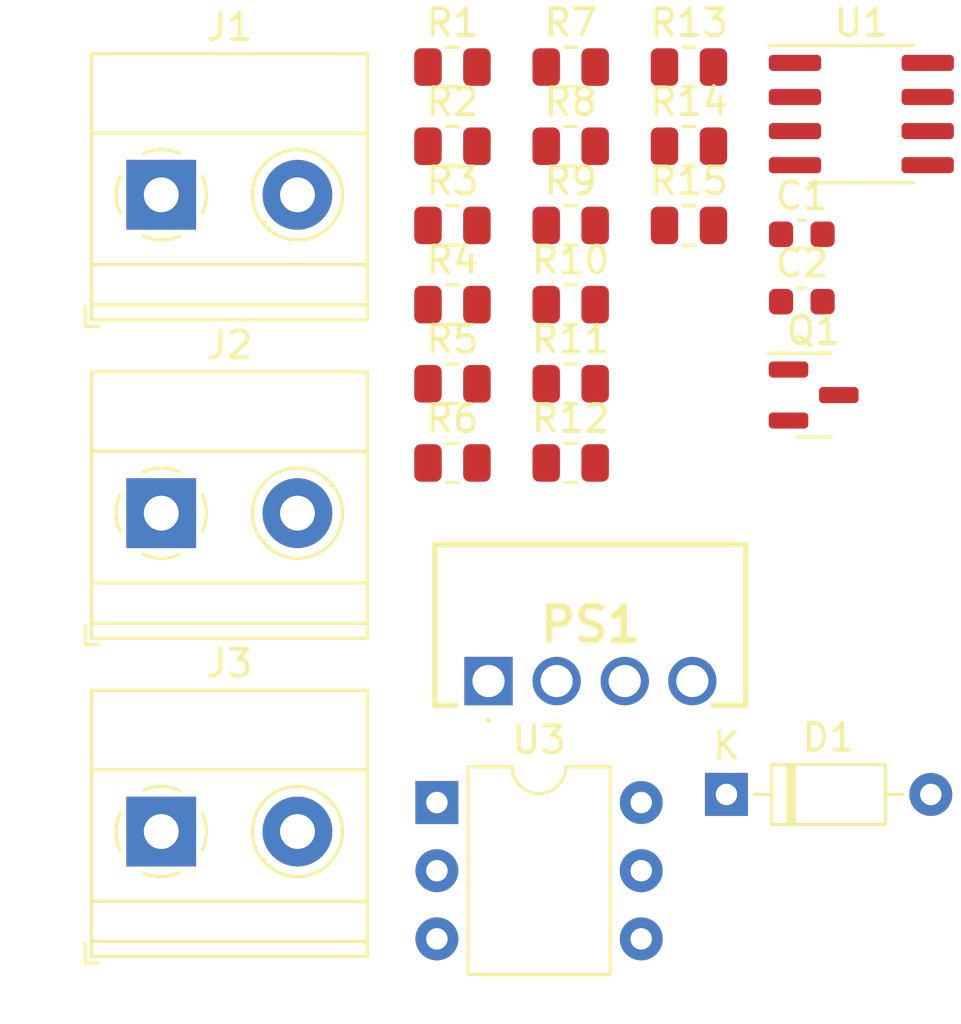
<source format=kicad_pcb>
(kicad_pcb (version 20221018) (generator pcbnew)
  (layers (0 "F.Cu" signal) (31 "B.Cu" signal) (34 "B.Paste" user) (35 "F.Paste" user) (36 "B.SilkS" user "B.Silkscreen") (37 "F.SilkS" user "F.Silkscreen") (38 "B.Mask" user) (39 "F.Mask" user) (44 "Edge.Cuts" user))
  (net 0 "")
  (net 1 "GND")
  (net 2 "Net-(J1-Pin_2)")
  (net 3 "VCC")
  (net 4 "GND1")
  (net 5 "AIL_LED")
  (net 6 "Net-(R1-Pad1)")
  (net 7 "Net-(R2-Pad1)")
  (net 8 "+12V")
  (net 9 "Net-(R3-Pad2)")
  (net 10 "Net-(R4-Pad2)")
  (net 11 "Net-(R5-Pad1)")
  (net 12 "Net-(R6-Pad2)")
  (net 13 "Net-(D1-K)")
  (net 14 "Net-(R10-Pad1)")
  (net 15 "Net-(U1-+)")
  (net 16 "Net-(U1--)")
  (net 17 "Net-(R13-Pad2)")
  (net 18 "Net-(Q1-G)")
  (net 19 "Net-(U1-BAL)")
  (footprint "Resistor_SMD:R_0805_2012Metric" (layer "F.Cu") (at 76.394 63.342)
    (fp_text reference "R6" (at 0 -1.65) (layer "F.SilkS"))
    (fp_text value "12k")
    (fp_line (start -0.227064 -0.735) (end 0.227064 -0.735) (stroke (width 0.12)) (layer "F.SilkS"))
    (fp_line (start -0.227064 0.735) (end 0.227064 0.735) (stroke (width 0.12)) (layer "F.SilkS"))
    (pad "1" smd roundrect (at -0.9125 0) (size 1.025 1.4) (layers "F.Cu" "F.Paste" "F.Mask") (roundrect_rratio 0.243902) (net 10 "Net-(R4-Pad2)"))
    (pad "2" smd roundrect (at 0.9125 0) (size 1.025 1.4) (layers "F.Cu" "F.Paste" "F.Mask") (roundrect_rratio 0.243902) (net 12 "Net-(R6-Pad2)"))
  )
  (footprint "Resistor_SMD:R_0805_2012Metric" (layer "F.Cu") (at 85.214 51.542)
    (fp_text reference "R14" (at 0 -1.65) (layer "F.SilkS"))
    (fp_text value "10k")
    (fp_line (start -0.227064 -0.735) (end 0.227064 -0.735) (stroke (width 0.12)) (layer "F.SilkS"))
    (fp_line (start -0.227064 0.735) (end 0.227064 0.735) (stroke (width 0.12)) (layer "F.SilkS"))
    (pad "1" smd roundrect (at -0.9125 0) (size 1.025 1.4) (layers "F.Cu" "F.Paste" "F.Mask") (roundrect_rratio 0.243902) (net 18 "Net-(Q1-G)"))
    (pad "2" smd roundrect (at 0.9125 0) (size 1.025 1.4) (layers "F.Cu" "F.Paste" "F.Mask") (roundrect_rratio 0.243902) (net 4 "GND1"))
  )
  (footprint "Package_TO_SOT_SMD:SOT-23" (layer "F.Cu") (at 89.864 60.812)
    (fp_text reference "Q1" (at 0 -2.4) (layer "F.SilkS"))
    (fp_text value "2N7002")
    (fp_line (start 0 -1.56) (end -1.675 -1.56) (stroke (width 0.12)) (layer "F.SilkS"))
    (fp_line (start 0 -1.56) (end 0.65 -1.56) (stroke (width 0.12)) (layer "F.SilkS"))
    (fp_line (start 0 1.56) (end -0.65 1.56) (stroke (width 0.12)) (layer "F.SilkS"))
    (fp_line (start 0 1.56) (end 0.65 1.56) (stroke (width 0.12)) (layer "F.SilkS"))
    (pad "1" smd roundrect (at -0.9375 -0.95) (size 1.475 0.6) (layers "F.Cu" "F.Paste" "F.Mask") (net 18 "Net-(Q1-G)"))
    (pad "2" smd roundrect (at -0.9375 0.95) (size 1.475 0.6) (layers "F.Cu" "F.Paste" "F.Mask") (net 4 "GND1"))
    (pad "3" smd roundrect (at 0.9375 0) (size 1.475 0.6) (layers "F.Cu" "F.Paste" "F.Mask") (net 5 "AIL_LED"))
  )
  (footprint "TerminalBlock_Phoenix:TerminalBlock_Phoenix_MKDS-1,5-2-5.08_1x02_P5.08mm_Horizontal" (layer "F.Cu") (at 65.534 53.352)
    (fp_text reference "J1" (at 2.54 -6.26) (layer "F.SilkS"))
    (fp_text value "Screw_Terminal_01x02")
    (fp_line (start -2.84 4.16) (end -2.84 4.9) (stroke (width 0.12)) (layer "F.SilkS"))
    (fp_line (start -2.84 4.9) (end -2.34 4.9) (stroke (width 0.12)) (layer "F.SilkS"))
    (fp_line (start -2.6 -5.261) (end -2.6 4.66) (stroke (width 0.12)) (layer "F.SilkS"))
    (fp_line (start -2.6 -5.261) (end 7.68 -5.261) (stroke (width 0.12)) (layer "F.SilkS"))
    (fp_line (start -2.6 -2.301) (end 7.68 -2.301) (stroke (width 0.12)) (layer "F.SilkS"))
    (fp_line (start -2.6 2.6) (end 7.68 2.6) (stroke (width 0.12)) (layer "F.SilkS"))
    (fp_line (start -2.6 4.1) (end 7.68 4.1) (stroke (width 0.12)) (layer "F.SilkS"))
    (fp_line (start -2.6 4.66) (end 7.68 4.66) (stroke (width 0.12)) (layer "F.SilkS"))
    (fp_line (start 3.853 1.023) (end 3.806 1.069) (stroke (width 0.12)) (layer "F.SilkS"))
    (fp_line (start 4.046 1.239) (end 4.011 1.274) (stroke (width 0.12)) (layer "F.SilkS"))
    (fp_line (start 6.15 -1.275) (end 6.115 -1.239) (stroke (width 0.12)) (layer "F.SilkS"))
    (fp_line (start 6.355 -1.069) (end 6.308 -1.023) (stroke (width 0.12)) (layer "F.SilkS"))
    (fp_line (start 7.68 -5.261) (end 7.68 4.66) (stroke (width 0.12)) (layer "F.SilkS"))
    (fp_arc (start -1.535427 0.683042) (mid -1.680501 -0.000524) (end -1.535 -0.684) (stroke (width 0.12)) (layer "F.SilkS"))
    (fp_arc (start -0.683042 -1.535427) (mid 0.000524 -1.680501) (end 0.684 -1.535) (stroke (width 0.12)) (layer "F.SilkS"))
    (fp_arc (start 0.028805 1.680253) (mid -0.335551 1.646659) (end -0.684 1.535) (stroke (width 0.12)) (layer "F.SilkS"))
    (fp_arc (start 0.683318 1.534756) (mid 0.349292 1.643288) (end 0 1.68) (stroke (width 0.12)) (layer "F.SilkS"))
    (fp_arc (start 1.535427 -0.683042) (mid 1.680501 0.000524) (end 1.535 0.684) (stroke (width 0.12)) (layer "F.SilkS"))
    (fp_circle (center 5.08 0) (end 6.76 0) (stroke (width 0.12)) (fill none) (layer "F.SilkS"))
    (pad "1" thru_hole rect (at 0 0) (size 2.6 2.6) (drill 1.3) (layers "*.Cu" "*.Mask") (net 1 "GND"))
    (pad "2" thru_hole circle (at 5.08 0) (size 2.6 2.6) (drill 1.3) (layers "*.Cu" "*.Mask") (net 2 "Net-(J1-Pin_2)"))
  )
  (footprint "Resistor_SMD:R_0805_2012Metric" (layer "F.Cu") (at 85.214 54.492)
    (fp_text reference "R15" (at 0 -1.65) (layer "F.SilkS"))
    (fp_text value "22k")
    (fp_line (start -0.227064 -0.735) (end 0.227064 -0.735) (stroke (width 0.12)) (layer "F.SilkS"))
    (fp_line (start -0.227064 0.735) (end 0.227064 0.735) (stroke (width 0.12)) (layer "F.SilkS"))
    (pad "1" smd roundrect (at -0.9125 0) (size 1.025 1.4) (layers "F.Cu" "F.Paste" "F.Mask") (roundrect_rratio 0.243902) (net 3 "VCC"))
    (pad "2" smd roundrect (at 0.9125 0) (size 1.025 1.4) (layers "F.Cu" "F.Paste" "F.Mask") (roundrect_rratio 0.243902) (net 5 "AIL_LED"))
  )
  (footprint "Capacitor_SMD:C_0603_1608Metric" (layer "F.Cu") (at 89.424 57.332)
    (fp_text reference "C2" (at 0 -1.43) (layer "F.SilkS"))
    (fp_text value "100n")
    (fp_line (start -0.14058 -0.51) (end 0.14058 -0.51) (stroke (width 0.12)) (layer "F.SilkS"))
    (fp_line (start -0.14058 0.51) (end 0.14058 0.51) (stroke (width 0.12)) (layer "F.SilkS"))
    (pad "1" smd roundrect (at -0.775 0) (size 0.9 0.95) (layers "F.Cu" "F.Paste" "F.Mask") (net 1 "GND"))
    (pad "2" smd roundrect (at 0.775 0) (size 0.9 0.95) (layers "F.Cu" "F.Paste" "F.Mask") (net 1 "GND"))
  )
  (footprint "Resistor_SMD:R_0805_2012Metric" (layer "F.Cu") (at 76.394 60.392)
    (fp_text reference "R5" (at 0 -1.65) (layer "F.SilkS"))
    (fp_text value "12k")
    (fp_line (start -0.227064 -0.735) (end 0.227064 -0.735) (stroke (width 0.12)) (layer "F.SilkS"))
    (fp_line (start -0.227064 0.735) (end 0.227064 0.735) (stroke (width 0.12)) (layer "F.SilkS"))
    (pad "1" smd roundrect (at -0.9125 0) (size 1.025 1.4) (layers "F.Cu" "F.Paste" "F.Mask") (roundrect_rratio 0.243902) (net 11 "Net-(R5-Pad1)"))
    (pad "2" smd roundrect (at 0.9125 0) (size 1.025 1.4) (layers "F.Cu" "F.Paste" "F.Mask") (roundrect_rratio 0.243902) (net 7 "Net-(R2-Pad1)"))
  )
  (footprint "Resistor_SMD:R_0805_2012Metric" (layer "F.Cu") (at 76.394 57.442)
    (fp_text reference "R4" (at 0 -1.65) (layer "F.SilkS"))
    (fp_text value "47k")
    (fp_line (start -0.227064 -0.735) (end 0.227064 -0.735) (stroke (width 0.12)) (layer "F.SilkS"))
    (fp_line (start -0.227064 0.735) (end 0.227064 0.735) (stroke (width 0.12)) (layer "F.SilkS"))
    (pad "1" smd roundrect (at -0.9125 0) (size 1.025 1.4) (layers "F.Cu" "F.Paste" "F.Mask") (roundrect_rratio 0.243902) (net 6 "Net-(R1-Pad1)"))
    (pad "2" smd roundrect (at 0.9125 0) (size 1.025 1.4) (layers "F.Cu" "F.Paste" "F.Mask") (roundrect_rratio 0.243902) (net 10 "Net-(R4-Pad2)"))
  )
  (footprint "Resistor_SMD:R_0805_2012Metric" (layer "F.Cu") (at 80.804 51.542)
    (fp_text reference "R8" (at 0 -1.65) (layer "F.SilkS"))
    (fp_text value "1k")
    (fp_line (start -0.227064 -0.735) (end 0.227064 -0.735) (stroke (width 0.12)) (layer "F.SilkS"))
    (fp_line (start -0.227064 0.735) (end 0.227064 0.735) (stroke (width 0.12)) (layer "F.SilkS"))
    (pad "1" smd roundrect (at -0.9125 0) (size 1.025 1.4) (layers "F.Cu" "F.Paste" "F.Mask") (roundrect_rratio 0.243902) (net 13 "Net-(D1-K)"))
    (pad "2" smd roundrect (at 0.9125 0) (size 1.025 1.4) (layers "F.Cu" "F.Paste" "F.Mask") (roundrect_rratio 0.243902) (net 9 "Net-(R3-Pad2)"))
  )
  (footprint "TerminalBlock_Phoenix:TerminalBlock_Phoenix_MKDS-1,5-2-5.08_1x02_P5.08mm_Horizontal" (layer "F.Cu") (at 65.534 65.212)
    (fp_text reference "J2" (at 2.54 -6.26) (layer "F.SilkS"))
    (fp_text value "Screw_Terminal_01x02")
    (fp_line (start -2.84 4.16) (end -2.84 4.9) (stroke (width 0.12)) (layer "F.SilkS"))
    (fp_line (start -2.84 4.9) (end -2.34 4.9) (stroke (width 0.12)) (layer "F.SilkS"))
    (fp_line (start -2.6 -5.261) (end -2.6 4.66) (stroke (width 0.12)) (layer "F.SilkS"))
    (fp_line (start -2.6 -5.261) (end 7.68 -5.261) (stroke (width 0.12)) (layer "F.SilkS"))
    (fp_line (start -2.6 -2.301) (end 7.68 -2.301) (stroke (width 0.12)) (layer "F.SilkS"))
    (fp_line (start -2.6 2.6) (end 7.68 2.6) (stroke (width 0.12)) (layer "F.SilkS"))
    (fp_line (start -2.6 4.1) (end 7.68 4.1) (stroke (width 0.12)) (layer "F.SilkS"))
    (fp_line (start -2.6 4.66) (end 7.68 4.66) (stroke (width 0.12)) (layer "F.SilkS"))
    (fp_line (start 3.853 1.023) (end 3.806 1.069) (stroke (width 0.12)) (layer "F.SilkS"))
    (fp_line (start 4.046 1.239) (end 4.011 1.274) (stroke (width 0.12)) (layer "F.SilkS"))
    (fp_line (start 6.15 -1.275) (end 6.115 -1.239) (stroke (width 0.12)) (layer "F.SilkS"))
    (fp_line (start 6.355 -1.069) (end 6.308 -1.023) (stroke (width 0.12)) (layer "F.SilkS"))
    (fp_line (start 7.68 -5.261) (end 7.68 4.66) (stroke (width 0.12)) (layer "F.SilkS"))
    (fp_arc (start -1.535427 0.683042) (mid -1.680501 -0.000524) (end -1.535 -0.684) (stroke (width 0.12)) (layer "F.SilkS"))
    (fp_arc (start -0.683042 -1.535427) (mid 0.000524 -1.680501) (end 0.684 -1.535) (stroke (width 0.12)) (layer "F.SilkS"))
    (fp_arc (start 0.028805 1.680253) (mid -0.335551 1.646659) (end -0.684 1.535) (stroke (width 0.12)) (layer "F.SilkS"))
    (fp_arc (start 0.683318 1.534756) (mid 0.349292 1.643288) (end 0 1.68) (stroke (width 0.12)) (layer "F.SilkS"))
    (fp_arc (start 1.535427 -0.683042) (mid 1.680501 0.000524) (end 1.535 0.684) (stroke (width 0.12)) (layer "F.SilkS"))
    (fp_circle (center 5.08 0) (end 6.76 0) (stroke (width 0.12)) (fill none) (layer "F.SilkS"))
    (pad "1" thru_hole rect (at 0 0) (size 2.6 2.6) (drill 1.3) (layers "*.Cu" "*.Mask") (net 3 "VCC"))
    (pad "2" thru_hole circle (at 5.08 0) (size 2.6 2.6) (drill 1.3) (layers "*.Cu" "*.Mask") (net 4 "GND1"))
  )
  (footprint "Resistor_SMD:R_0805_2012Metric" (layer "F.Cu") (at 76.394 48.592)
    (fp_text reference "R1" (at 0 -1.65) (layer "F.SilkS"))
    (fp_text value "47k")
    (fp_line (start -0.227064 -0.735) (end 0.227064 -0.735) (stroke (width 0.12)) (layer "F.SilkS"))
    (fp_line (start -0.227064 0.735) (end 0.227064 0.735) (stroke (width 0.12)) (layer "F.SilkS"))
    (pad "1" smd roundrect (at -0.9125 0) (size 1.025 1.4) (layers "F.Cu" "F.Paste" "F.Mask") (roundrect_rratio 0.243902) (net 6 "Net-(R1-Pad1)"))
    (pad "2" smd roundrect (at 0.9125 0) (size 1.025 1.4) (layers "F.Cu" "F.Paste" "F.Mask") (roundrect_rratio 0.243902) (net 2 "Net-(J1-Pin_2)"))
  )
  (footprint "TerminalBlock_Phoenix:TerminalBlock_Phoenix_MKDS-1,5-2-5.08_1x02_P5.08mm_Horizontal" (layer "F.Cu") (at 65.534 77.072)
    (fp_text reference "J3" (at 2.54 -6.26) (layer "F.SilkS"))
    (fp_text value "Screw_Terminal_01x02")
    (fp_line (start -2.84 4.16) (end -2.84 4.9) (stroke (width 0.12)) (layer "F.SilkS"))
    (fp_line (start -2.84 4.9) (end -2.34 4.9) (stroke (width 0.12)) (layer "F.SilkS"))
    (fp_line (start -2.6 -5.261) (end -2.6 4.66) (stroke (width 0.12)) (layer "F.SilkS"))
    (fp_line (start -2.6 -5.261) (end 7.68 -5.261) (stroke (width 0.12)) (layer "F.SilkS"))
    (fp_line (start -2.6 -2.301) (end 7.68 -2.301) (stroke (width 0.12)) (layer "F.SilkS"))
    (fp_line (start -2.6 2.6) (end 7.68 2.6) (stroke (width 0.12)) (layer "F.SilkS"))
    (fp_line (start -2.6 4.1) (end 7.68 4.1) (stroke (width 0.12)) (layer "F.SilkS"))
    (fp_line (start -2.6 4.66) (end 7.68 4.66) (stroke (width 0.12)) (layer "F.SilkS"))
    (fp_line (start 3.853 1.023) (end 3.806 1.069) (stroke (width 0.12)) (layer "F.SilkS"))
    (fp_line (start 4.046 1.239) (end 4.011 1.274) (stroke (width 0.12)) (layer "F.SilkS"))
    (fp_line (start 6.15 -1.275) (end 6.115 -1.239) (stroke (width 0.12)) (layer "F.SilkS"))
    (fp_line (start 6.355 -1.069) (end 6.308 -1.023) (stroke (width 0.12)) (layer "F.SilkS"))
    (fp_line (start 7.68 -5.261) (end 7.68 4.66) (stroke (width 0.12)) (layer "F.SilkS"))
    (fp_arc (start -1.535427 0.683042) (mid -1.680501 -0.000524) (end -1.535 -0.684) (stroke (width 0.12)) (layer "F.SilkS"))
    (fp_arc (start -0.683042 -1.535427) (mid 0.000524 -1.680501) (end 0.684 -1.535) (stroke (width 0.12)) (layer "F.SilkS"))
    (fp_arc (start 0.028805 1.680253) (mid -0.335551 1.646659) (end -0.684 1.535) (stroke (width 0.12)) (layer "F.SilkS"))
    (fp_arc (start 0.683318 1.534756) (mid 0.349292 1.643288) (end 0 1.68) (stroke (width 0.12)) (layer "F.SilkS"))
    (fp_arc (start 1.535427 -0.683042) (mid 1.680501 0.000524) (end 1.535 0.684) (stroke (width 0.12)) (layer "F.SilkS"))
    (fp_circle (center 5.08 0) (end 6.76 0) (stroke (width 0.12)) (fill none) (layer "F.SilkS"))
    (pad "1" thru_hole rect (at 0 0) (size 2.6 2.6) (drill 1.3) (layers "*.Cu" "*.Mask") (net 5 "AIL_LED"))
    (pad "2" thru_hole circle (at 5.08 0) (size 2.6 2.6) (drill 1.3) (layers "*.Cu" "*.Mask") (net 4 "GND1"))
  )
  (footprint "Package_DIP:DIP-6_W7.62mm" (layer "F.Cu") (at 75.814 75.992)
    (fp_text reference "U3" (at 3.81 -2.33) (layer "F.SilkS"))
    (fp_text value "4N35")
    (fp_line (start 1.16 -1.33) (end 1.16 6.41) (stroke (width 0.12)) (layer "F.SilkS"))
    (fp_line (start 1.16 6.41) (end 6.46 6.41) (stroke (width 0.12)) (layer "F.SilkS"))
    (fp_line (start 2.81 -1.33) (end 1.16 -1.33) (stroke (width 0.12)) (layer "F.SilkS"))
    (fp_line (start 6.46 -1.33) (end 4.81 -1.33) (stroke (width 0.12)) (layer "F.SilkS"))
    (fp_line (start 6.46 6.41) (end 6.46 -1.33) (stroke (width 0.12)) (layer "F.SilkS"))
    (fp_arc (start 4.81 -1.33) (mid 3.81 -0.33) (end 2.81 -1.33) (stroke (width 0.12)) (layer "F.SilkS"))
    (pad "1" thru_hole rect (at 0 0) (size 1.6 1.6) (drill 0.8) (layers "*.Cu" "*.Mask") (net 8 "+12V"))
    (pad "2" thru_hole oval (at 0 2.54) (size 1.6 1.6) (drill 0.8) (layers "*.Cu" "*.Mask") (net 17 "Net-(R13-Pad2)"))
    (pad "3" thru_hole oval (at 0 5.08) (size 1.6 1.6) (drill 0.8) (layers "*.Cu" "*.Mask"))
    (pad "4" thru_hole oval (at 7.62 5.08) (size 1.6 1.6) (drill 0.8) (layers "*.Cu" "*.Mask") (net 18 "Net-(Q1-G)"))
    (pad "5" thru_hole oval (at 7.62 2.54) (size 1.6 1.6) (drill 0.8) (layers "*.Cu" "*.Mask") (net 3 "VCC"))
    (pad "6" thru_hole oval (at 7.62 0) (size 1.6 1.6) (drill 0.8) (layers "*.Cu" "*.Mask"))
  )
  (footprint "Resistor_SMD:R_0805_2012Metric" (layer "F.Cu") (at 76.394 54.492)
    (fp_text reference "R3" (at 0 -1.65) (layer "F.SilkS"))
    (fp_text value "1k")
    (fp_line (start -0.227064 -0.735) (end 0.227064 -0.735) (stroke (width 0.12)) (layer "F.SilkS"))
    (fp_line (start -0.227064 0.735) (end 0.227064 0.735) (stroke (width 0.12)) (layer "F.SilkS"))
    (pad "1" smd roundrect (at -0.9125 0) (size 1.025 1.4) (layers "F.Cu" "F.Paste" "F.Mask") (roundrect_rratio 0.243902) (net 1 "GND"))
    (pad "2" smd roundrect (at 0.9125 0) (size 1.025 1.4) (layers "F.Cu" "F.Paste" "F.Mask") (roundrect_rratio 0.243902) (net 9 "Net-(R3-Pad2)"))
  )
  (footprint "Resistor_SMD:R_0805_2012Metric" (layer "F.Cu") (at 80.804 60.392)
    (fp_text reference "R11" (at 0 -1.65) (layer "F.SilkS"))
    (fp_text value "100")
    (fp_line (start -0.227064 -0.735) (end 0.227064 -0.735) (stroke (width 0.12)) (layer "F.SilkS"))
    (fp_line (start -0.227064 0.735) (end 0.227064 0.735) (stroke (width 0.12)) (layer "F.SilkS"))
    (pad "1" smd roundrect (at -0.9125 0) (size 1.025 1.4) (layers "F.Cu" "F.Paste" "F.Mask") (roundrect_rratio 0.243902) (net 13 "Net-(D1-K)"))
    (pad "2" smd roundrect (at 0.9125 0) (size 1.025 1.4) (layers "F.Cu" "F.Paste" "F.Mask") (roundrect_rratio 0.243902) (net 15 "Net-(U1-+)"))
  )
  (footprint "Resistor_SMD:R_0805_2012Metric" (layer "F.Cu") (at 80.804 63.342)
    (fp_text reference "R12" (at 0 -1.65) (layer "F.SilkS"))
    (fp_text value "100")
    (fp_line (start -0.227064 -0.735) (end 0.227064 -0.735) (stroke (width 0.12)) (layer "F.SilkS"))
    (fp_line (start -0.227064 0.735) (end 0.227064 0.735) (stroke (width 0.12)) (layer "F.SilkS"))
    (pad "1" smd roundrect (at -0.9125 0) (size 1.025 1.4) (layers "F.Cu" "F.Paste" "F.Mask") (roundrect_rratio 0.243902) (net 14 "Net-(R10-Pad1)"))
    (pad "2" smd roundrect (at 0.9125 0) (size 1.025 1.4) (layers "F.Cu" "F.Paste" "F.Mask") (roundrect_rratio 0.243902) (net 16 "Net-(U1--)"))
  )
  (footprint "Diode_THT:D_DO-35_SOD27_P7.62mm_Horizontal" (layer "F.Cu") (at 86.614 75.692)
    (fp_text reference "D1" (at 3.81 -2.12) (layer "F.SilkS"))
    (fp_text value "12V")
    (fp_text user "K" (at 0 -1.8) (layer "F.SilkS"))
    (fp_line (start 1.04 0) (end 1.69 0) (stroke (width 0.12)) (layer "F.SilkS"))
    (fp_line (start 1.69 -1.12) (end 1.69 1.12) (stroke (width 0.12)) (layer "F.SilkS"))
    (fp_line (start 1.69 1.12) (end 5.93 1.12) (stroke (width 0.12)) (layer "F.SilkS"))
    (fp_line (start 2.29 -1.12) (end 2.29 1.12) (stroke (width 0.12)) (layer "F.SilkS"))
    (fp_line (start 2.41 -1.12) (end 2.41 1.12) (stroke (width 0.12)) (layer "F.SilkS"))
    (fp_line (start 2.53 -1.12) (end 2.53 1.12) (stroke (width 0.12)) (layer "F.SilkS"))
    (fp_line (start 5.93 -1.12) (end 1.69 -1.12) (stroke (width 0.12)) (layer "F.SilkS"))
    (fp_line (start 5.93 1.12) (end 5.93 -1.12) (stroke (width 0.12)) (layer "F.SilkS"))
    (fp_line (start 6.58 0) (end 5.93 0) (stroke (width 0.12)) (layer "F.SilkS"))
    (pad "1" thru_hole rect (at 0 0) (size 1.6 1.6) (drill 0.8) (layers "*.Cu" "*.Mask") (net 13 "Net-(D1-K)"))
    (pad "2" thru_hole oval (at 7.62 0) (size 1.6 1.6) (drill 0.8) (layers "*.Cu" "*.Mask") (net 1 "GND"))
  )
  (footprint "Package_SO:SOIC-8_3.9x4.9mm_P1.27mm" (layer "F.Cu") (at 91.644 50.342)
    (fp_text reference "U1" (at 0 -3.4) (layer "F.SilkS"))
    (fp_text value "LM311")
    (fp_line (start 0 -2.56) (end -3.45 -2.56) (stroke (width 0.12)) (layer "F.SilkS"))
    (fp_line (start 0 -2.56) (end 1.95 -2.56) (stroke (width 0.12)) (layer "F.SilkS"))
    (fp_line (start 0 2.56) (end -1.95 2.56) (stroke (width 0.12)) (layer "F.SilkS"))
    (fp_line (start 0 2.56) (end 1.95 2.56) (stroke (width 0.12)) (layer "F.SilkS"))
    (pad "1" smd roundrect (at -2.475 -1.905) (size 1.95 0.6) (layers "F.Cu" "F.Paste" "F.Mask") (net 1 "GND"))
    (pad "2" smd roundrect (at -2.475 -0.635) (size 1.95 0.6) (layers "F.Cu" "F.Paste" "F.Mask") (net 15 "Net-(U1-+)"))
    (pad "3" smd roundrect (at -2.475 0.635) (size 1.95 0.6) (layers "F.Cu" "F.Paste" "F.Mask") (net 16 "Net-(U1--)"))
    (pad "4" smd roundrect (at -2.475 1.905) (size 1.95 0.6) (layers "F.Cu" "F.Paste" "F.Mask") (net 1 "GND"))
    (pad "5" smd roundrect (at 2.475 1.905) (size 1.95 0.6) (layers "F.Cu" "F.Paste" "F.Mask") (net 19 "Net-(U1-BAL)"))
    (pad "6" smd roundrect (at 2.475 0.635) (size 1.95 0.6) (layers "F.Cu" "F.Paste" "F.Mask") (net 19 "Net-(U1-BAL)"))
    (pad "7" smd roundrect (at 2.475 -0.635) (size 1.95 0.6) (layers "F.Cu" "F.Paste" "F.Mask") (net 17 "Net-(R13-Pad2)"))
    (pad "8" smd roundrect (at 2.475 -1.905) (size 1.95 0.6) (layers "F.Cu" "F.Paste" "F.Mask") (net 8 "+12V"))
  )
  (footprint "Resistor_SMD:R_0805_2012Metric" (layer "F.Cu") (at 76.394 51.542)
    (fp_text reference "R2" (at 0 -1.65) (layer "F.SilkS"))
    (fp_text value "12k")
    (fp_line (start -0.227064 -0.735) (end 0.227064 -0.735) (stroke (width 0.12)) (layer "F.SilkS"))
    (fp_line (start -0.227064 0.735) (end 0.227064 0.735) (stroke (width 0.12)) (layer "F.SilkS"))
    (pad "1" smd roundrect (at -0.9125 0) (size 1.025 1.4) (layers "F.Cu" "F.Paste" "F.Mask") (roundrect_rratio 0.243902) (net 7 "Net-(R2-Pad1)"))
    (pad "2" smd roundrect (at 0.9125 0) (size 1.025 1.4) (layers "F.Cu" "F.Paste" "F.Mask") (roundrect_rratio 0.243902) (net 8 "+12V"))
  )
  (footprint "Resistor_SMD:R_0805_2012Metric" (layer "F.Cu") (at 80.804 57.442)
    (fp_text reference "R10" (at 0 -1.65) (layer "F.SilkS"))
    (fp_text value "3.3k")
    (fp_line (start -0.227064 -0.735) (end 0.227064 -0.735) (stroke (width 0.12)) (layer "F.SilkS"))
    (fp_line (start -0.227064 0.735) (end 0.227064 0.735) (stroke (width 0.12)) (layer "F.SilkS"))
    (pad "1" smd roundrect (at -0.9125 0) (size 1.025 1.4) (layers "F.Cu" "F.Paste" "F.Mask") (roundrect_rratio 0.243902) (net 14 "Net-(R10-Pad1)"))
    (pad "2" smd roundrect (at 0.9125 0) (size 1.025 1.4) (layers "F.Cu" "F.Paste" "F.Mask") (roundrect_rratio 0.243902) (net 1 "GND"))
  )
  (footprint "Resistor_SMD:R_0805_2012Metric" (layer "F.Cu") (at 80.804 48.592)
    (fp_text reference "R7" (at 0 -1.65) (layer "F.SilkS"))
    (fp_text value "12k")
    (fp_line (start -0.227064 -0.735) (end 0.227064 -0.735) (stroke (width 0.12)) (layer "F.SilkS"))
    (fp_line (start -0.227064 0.735) (end 0.227064 0.735) (stroke (width 0.12)) (layer "F.SilkS"))
    (pad "1" smd roundrect (at -0.9125 0) (size 1.025 1.4) (layers "F.Cu" "F.Paste" "F.Mask") (roundrect_rratio 0.243902) (net 12 "Net-(R6-Pad2)"))
    (pad "2" smd roundrect (at 0.9125 0) (size 1.025 1.4) (layers "F.Cu" "F.Paste" "F.Mask") (roundrect_rratio 0.243902) (net 13 "Net-(D1-K)"))
  )
  (footprint "Resistor_SMD:R_0805_2012Metric" (layer "F.Cu") (at 80.804 54.492)
    (fp_text reference "R9" (at 0 -1.65) (layer "F.SilkS"))
    (fp_text value "10k")
    (fp_line (start -0.227064 -0.735) (end 0.227064 -0.735) (stroke (width 0.12)) (layer "F.SilkS"))
    (fp_line (start -0.227064 0.735) (end 0.227064 0.735) (stroke (width 0.12)) (layer "F.SilkS"))
    (pad "1" smd roundrect (at -0.9125 0) (size 1.025 1.4) (layers "F.Cu" "F.Paste" "F.Mask") (roundrect_rratio 0.243902) (net 14 "Net-(R10-Pad1)"))
    (pad "2" smd roundrect (at 0.9125 0) (size 1.025 1.4) (layers "F.Cu" "F.Paste" "F.Mask") (roundrect_rratio 0.243902) (net 11 "Net-(R5-Pad1)"))
  )
  (footprint "Resistor_SMD:R_0805_2012Metric" (layer "F.Cu") (at 85.214 48.592)
    (fp_text reference "R13" (at 0 -1.65) (layer "F.SilkS"))
    (fp_text value "1M")
    (fp_line (start -0.227064 -0.735) (end 0.227064 -0.735) (stroke (width 0.12)) (layer "F.SilkS"))
    (fp_line (start -0.227064 0.735) (end 0.227064 0.735) (stroke (width 0.12)) (layer "F.SilkS"))
    (pad "1" smd roundrect (at -0.9125 0) (size 1.025 1.4) (layers "F.Cu" "F.Paste" "F.Mask") (roundrect_rratio 0.243902) (net 15 "Net-(U1-+)"))
    (pad "2" smd roundrect (at 0.9125 0) (size 1.025 1.4) (layers "F.Cu" "F.Paste" "F.Mask") (roundrect_rratio 0.243902) (net 17 "Net-(R13-Pad2)"))
  )
  (footprint "IEB0112S12:IEB0112S12" (layer "F.Cu") (at 77.739 71.467)
    (fp_text reference "PS1" (at 3.8 -2.1) (layer "F.SilkS") (effects (font (size 1.27 1.27) (thickness 0.254))))
    (fp_text value "IEB0112S12" hide)
    (fp_line (start -2 -5.1) (end 9.6 -5.1) (stroke (width 0.2)) (layer "F.SilkS"))
    (fp_line (start -2 0.9) (end -2 -5.1) (stroke (width 0.2)) (layer "F.SilkS"))
    (fp_line (start -1.2 0.9) (end -2 0.9) (stroke (width 0.2)) (layer "F.SilkS"))
    (fp_line (start 0 1.4) (end 0 1.4) (stroke (width 0.1)) (layer "F.SilkS"))
    (fp_line (start 0 1.5) (end 0 1.5) (stroke (width 0.1)) (layer "F.SilkS"))
    (fp_line (start 9.6 -5.1) (end 9.6 0.9) (stroke (width 0.2)) (layer "F.SilkS"))
    (fp_line (start 9.6 0.9) (end 8.4 0.9) (stroke (width 0.2)) (layer "F.SilkS"))
    (fp_arc (start 0 1.4) (mid 0.05 1.45) (end 0 1.5) (stroke (width 0.1)) (layer "F.SilkS"))
    (fp_arc (start 0 1.5) (mid -0.05 1.45) (end 0 1.4) (stroke (width 0.1)) (layer "F.SilkS"))
    (pad "1" thru_hole rect (at 0 0) (size 1.8 1.8) (drill 1.2) (layers "*.Cu" "*.Mask") (net 4 "GND1"))
    (pad "2" thru_hole circle (at 2.54 0) (size 1.8 1.8) (drill 1.2) (layers "*.Cu" "*.Mask") (net 3 "VCC"))
    (pad "3" thru_hole circle (at 5.08 0) (size 1.8 1.8) (drill 1.2) (layers "*.Cu" "*.Mask") (net 1 "GND"))
    (pad "4" thru_hole circle (at 7.6 0) (size 1.8 1.8) (drill 1.2) (layers "*.Cu" "*.Mask") (net 8 "+12V"))
  )
  (footprint "Capacitor_SMD:C_0603_1608Metric" (layer "F.Cu") (at 89.424 54.822)
    (fp_text reference "C1" (at 0 -1.43) (layer "F.SilkS"))
    (fp_text value "10n")
    (fp_line (start -0.14058 -0.51) (end 0.14058 -0.51) (stroke (width 0.12)) (layer "F.SilkS"))
    (fp_line (start -0.14058 0.51) (end 0.14058 0.51) (stroke (width 0.12)) (layer "F.SilkS"))
    (pad "1" smd roundrect (at -0.775 0) (size 0.9 0.95) (layers "F.Cu" "F.Paste" "F.Mask") (net 15 "Net-(U1-+)"))
    (pad "2" smd roundrect (at 0.775 0) (size 0.9 0.95) (layers "F.Cu" "F.Paste" "F.Mask") (net 16 "Net-(U1--)"))
  )
)
</source>
